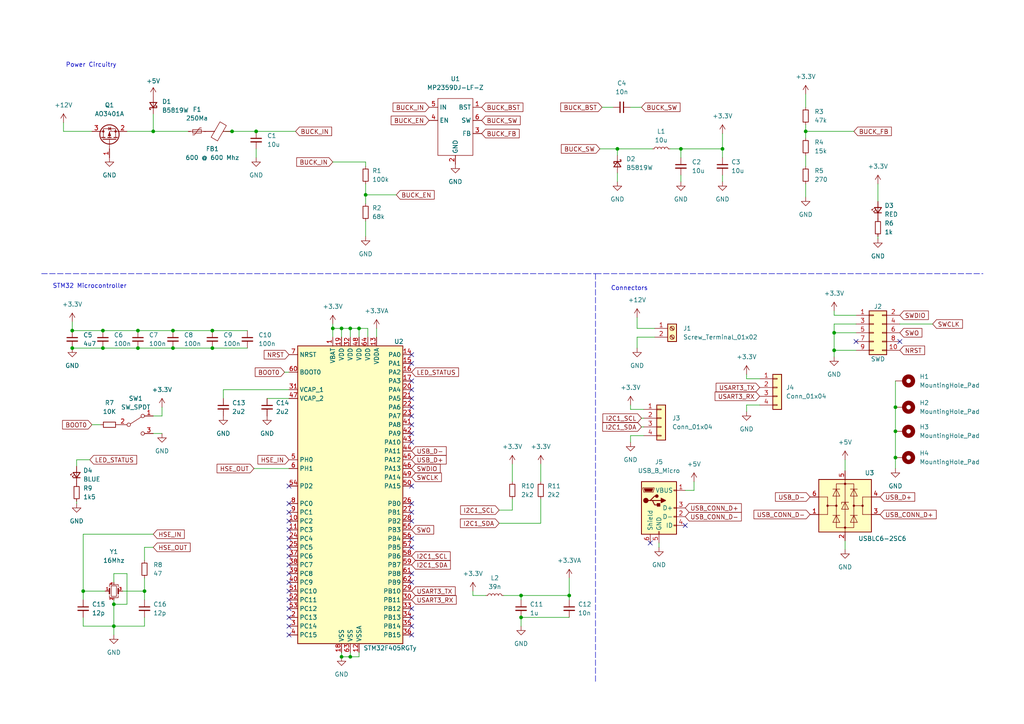
<source format=kicad_sch>
(kicad_sch (version 20211123) (generator eeschema)
  (paper "A4")
  (title_block (title "STM32f$ Test Board") (date "2022-09-16") (rev "2") (company "ridelsam"))
  (lib_symbols
    (symbol "Connector:Screw_Terminal_01x02" (pin_names (offset 1.016) hide)
      (property "Reference" "J" (at 0 2.54 0))
      (property "Value" "Screw_Terminal_01x02" (at 0 -5.08 0))
      (symbol "Screw_Terminal_01x02_1_1"
        (pin passive line (at -5.08 0 0) (length 3.81) (name "Pin_1") (number "1"))
        (pin passive line (at -5.08 -2.54 0) (length 3.81) (name "Pin_2") (number "2"))
      )
    )
    (symbol "Connector:USB_B_Micro" (pin_names (offset 1.016))
      (property "Reference" "J" (at -5.08 11.43 0))
      (property "Value" "USB_B_Micro" (at -5.08 8.89 0))
      (symbol "USB_B_Micro_1_1"
        (pin power_out line (at 7.62 5.08 180) (length 2.54) (name "VBUS") (number "1"))
        (pin bidirectional line (at 7.62 -2.54 180) (length 2.54) (name "D-") (number "2"))
        (pin bidirectional line (at 7.62 0 180) (length 2.54) (name "D+") (number "3"))
        (pin passive line (at 7.62 -5.08 180) (length 2.54) (name "ID") (number "4"))
        (pin power_out line (at 0 -10.16 90) (length 2.54) (name "GND") (number "5"))
        (pin passive line (at -2.54 -10.16 90) (length 2.54) (name "Shield") (number "6"))
      )
    )
    (symbol "Connector_Generic:Conn_01x04" (pin_names (offset 1.016) hide)
      (property "Reference" "J" (at 0 5.08 0))
      (property "Value" "Conn_01x04" (at 0 -7.62 0))
      (symbol "Conn_01x04_1_1"
        (pin passive line (at -5.08 2.54 0) (length 3.81) (name "Pin_1") (number "1"))
        (pin passive line (at -5.08 0 0) (length 3.81) (name "Pin_2") (number "2"))
        (pin passive line (at -5.08 -2.54 0) (length 3.81) (name "Pin_3") (number "3"))
        (pin passive line (at -5.08 -5.08 0) (length 3.81) (name "Pin_4") (number "4"))
      )
    )
    (symbol "Connector_Generic:Conn_02x05_Odd_Even" (pin_names (offset 1.016) hide)
      (property "Reference" "J" (at 1.27 7.62 0))
      (property "Value" "Conn_02x05_Odd_Even" (at 1.27 -7.62 0))
      (symbol "Conn_02x05_Odd_Even_1_1"
        (pin passive line (at -5.08 5.08 0) (length 3.81) (name "Pin_1") (number "1"))
        (pin passive line (at 7.62 -5.08 180) (length 3.81) (name "Pin_10") (number "10"))
        (pin passive line (at 7.62 5.08 180) (length 3.81) (name "Pin_2") (number "2"))
        (pin passive line (at -5.08 2.54 0) (length 3.81) (name "Pin_3") (number "3"))
        (pin passive line (at 7.62 2.54 180) (length 3.81) (name "Pin_4") (number "4"))
        (pin passive line (at -5.08 0 0) (length 3.81) (name "Pin_5") (number "5"))
        (pin passive line (at 7.62 0 180) (length 3.81) (name "Pin_6") (number "6"))
        (pin passive line (at -5.08 -2.54 0) (length 3.81) (name "Pin_7") (number "7"))
        (pin passive line (at 7.62 -2.54 180) (length 3.81) (name "Pin_8") (number "8"))
        (pin passive line (at -5.08 -5.08 0) (length 3.81) (name "Pin_9") (number "9"))
      )
    )
    (symbol "Device:C_Small" (pin_numbers hide) (pin_names (offset 0.254) hide)
      (property "Reference" "C" (at 0.254 1.778 0))
      (property "Value" "C_Small" (at 0.254 -2.032 0))
      (symbol "C_Small_1_1"
        (pin passive line (at 0 2.54 270) (length 2.032) (name "~") (number "1"))
        (pin passive line (at 0 -2.54 90) (length 2.032) (name "~") (number "2"))
      )
    )
    (symbol "Device:Crystal_GND24_Small" (pin_names (offset 1.016) hide)
      (property "Reference" "Y" (at 1.27 4.445 0))
      (property "Value" "Crystal_GND24_Small" (at 1.27 2.54 0))
      (symbol "Crystal_GND24_Small_1_1"
        (pin passive line (at -2.54 0 0) (length 1.27) (name "1") (number "1"))
        (pin passive line (at 0 -2.54 90) (length 0.635) (name "2") (number "2"))
        (pin passive line (at 2.54 0 180) (length 1.27) (name "3") (number "3"))
        (pin passive line (at 0 2.54 270) (length 0.635) (name "4") (number "4"))
      )
    )
    (symbol "Device:D_Schottky_Small" (pin_numbers hide) (pin_names (offset 0.254) hide)
      (property "Reference" "D" (at -1.27 2.032 0))
      (property "Value" "D_Schottky_Small" (at -7.112 -2.032 0))
      (symbol "D_Schottky_Small_1_1"
        (pin passive line (at -2.54 0 0) (length 1.778) (name "K") (number "1"))
        (pin passive line (at 2.54 0 180) (length 1.778) (name "A") (number "2"))
      )
    )
    (symbol "Device:FerriteBead" (pin_numbers hide) (pin_names (offset 0))
      (property "Reference" "FB" (at -3.81 0.635 90))
      (property "Value" "FerriteBead" (at 3.81 0 90))
      (symbol "FerriteBead_1_1"
        (pin passive line (at 0 3.81 270) (length 2.54) (name "~") (number "1"))
        (pin passive line (at 0 -3.81 90) (length 2.54) (name "~") (number "2"))
      )
    )
    (symbol "Device:LED_Small" (pin_numbers hide) (pin_names (offset 0.254) hide)
      (property "Reference" "D" (at -1.27 3.175 0))
      (property "Value" "LED_Small" (at -4.445 -2.54 0))
      (symbol "LED_Small_1_1"
        (pin passive line (at -2.54 0 0) (length 1.778) (name "K") (number "1"))
        (pin passive line (at 2.54 0 180) (length 1.778) (name "A") (number "2"))
      )
    )
    (symbol "Device:L_Small" (pin_numbers hide) (pin_names (offset 0.254) hide)
      (property "Reference" "L" (at 0.762 1.016 0))
      (property "Value" "L_Small" (at 0.762 -1.016 0))
      (symbol "L_Small_1_1"
        (pin passive line (at 0 2.54 270) (length 0.508) (name "~") (number "1"))
        (pin passive line (at 0 -2.54 90) (length 0.508) (name "~") (number "2"))
      )
    )
    (symbol "Device:Polyfuse_Small" (pin_numbers hide) (pin_names (offset 0))
      (property "Reference" "F" (at -1.905 0 90))
      (property "Value" "Polyfuse_Small" (at 1.905 0 90))
      (symbol "Polyfuse_Small_1_1"
        (pin passive line (at 0 2.54 270) (length 0.635) (name "~") (number "1"))
        (pin passive line (at 0 -2.54 90) (length 0.635) (name "~") (number "2"))
      )
    )
    (symbol "Device:R_Small" (pin_numbers hide) (pin_names (offset 0.254) hide)
      (property "Reference" "R" (at 0.762 0.508 0))
      (property "Value" "R_Small" (at 0.762 -1.016 0))
      (symbol "R_Small_1_1"
        (pin passive line (at 0 2.54 270) (length 0.762) (name "~") (number "1"))
        (pin passive line (at 0 -2.54 90) (length 0.762) (name "~") (number "2"))
      )
    )
    (symbol "MCU_ST_STM32F4:STM32F405RGTx"
      (property "Reference" "U" (at -15.24 44.45 0))
      (property "Value" "STM32F405RGTx" (at 10.16 44.45 0))
      (symbol "STM32F405RGTx_1_1"
        (pin power_in line (at -5.08 45.72 270) (length 2.54) (name "VBAT") (number "1"))
        (pin bidirectional line (at -17.78 -7.62 0) (length 2.54) (name "PC2") (number "10"))
        (pin bidirectional line (at -17.78 -10.16 0) (length 2.54) (name "PC3") (number "11"))
        (pin power_in line (at 2.54 -45.72 90) (length 2.54) (name "VSSA") (number "12"))
        (pin power_in line (at 7.62 45.72 270) (length 2.54) (name "VDDA") (number "13"))
        (pin bidirectional line (at 17.78 40.64 180) (length 2.54) (name "PA0") (number "14"))
        (pin bidirectional line (at 17.78 38.1 180) (length 2.54) (name "PA1") (number "15"))
        (pin bidirectional line (at 17.78 35.56 180) (length 2.54) (name "PA2") (number "16"))
        (pin bidirectional line (at 17.78 33.02 180) (length 2.54) (name "PA3") (number "17"))
        (pin power_in line (at -2.54 -45.72 90) (length 2.54) (name "VSS") (number "18"))
        (pin power_in line (at -2.54 45.72 270) (length 2.54) (name "VDD") (number "19"))
        (pin bidirectional line (at -17.78 -35.56 0) (length 2.54) (name "PC13") (number "2"))
        (pin bidirectional line (at 17.78 30.48 180) (length 2.54) (name "PA4") (number "20"))
        (pin bidirectional line (at 17.78 27.94 180) (length 2.54) (name "PA5") (number "21"))
        (pin bidirectional line (at 17.78 25.4 180) (length 2.54) (name "PA6") (number "22"))
        (pin bidirectional line (at 17.78 22.86 180) (length 2.54) (name "PA7") (number "23"))
        (pin bidirectional line (at -17.78 -12.7 0) (length 2.54) (name "PC4") (number "24"))
        (pin bidirectional line (at -17.78 -15.24 0) (length 2.54) (name "PC5") (number "25"))
        (pin bidirectional line (at 17.78 -2.54 180) (length 2.54) (name "PB0") (number "26"))
        (pin bidirectional line (at 17.78 -5.08 180) (length 2.54) (name "PB1") (number "27"))
        (pin bidirectional line (at 17.78 -7.62 180) (length 2.54) (name "PB2") (number "28"))
        (pin bidirectional line (at 17.78 -27.94 180) (length 2.54) (name "PB10") (number "29"))
        (pin bidirectional line (at -17.78 -38.1 0) (length 2.54) (name "PC14") (number "3"))
        (pin bidirectional line (at 17.78 -30.48 180) (length 2.54) (name "PB11") (number "30"))
        (pin power_in line (at -17.78 30.48 0) (length 2.54) (name "VCAP_1") (number "31"))
        (pin power_in line (at 0 45.72 270) (length 2.54) (name "VDD") (number "32"))
        (pin bidirectional line (at 17.78 -33.02 180) (length 2.54) (name "PB12") (number "33"))
        (pin bidirectional line (at 17.78 -35.56 180) (length 2.54) (name "PB13") (number "34"))
        (pin bidirectional line (at 17.78 -38.1 180) (length 2.54) (name "PB14") (number "35"))
        (pin bidirectional line (at 17.78 -40.64 180) (length 2.54) (name "PB15") (number "36"))
        (pin bidirectional line (at -17.78 -17.78 0) (length 2.54) (name "PC6") (number "37"))
        (pin bidirectional line (at -17.78 -20.32 0) (length 2.54) (name "PC7") (number "38"))
        (pin bidirectional line (at -17.78 -22.86 0) (length 2.54) (name "PC8") (number "39"))
        (pin bidirectional line (at -17.78 -40.64 0) (length 2.54) (name "PC15") (number "4"))
        (pin bidirectional line (at -17.78 -25.4 0) (length 2.54) (name "PC9") (number "40"))
        (pin bidirectional line (at 17.78 20.32 180) (length 2.54) (name "PA8") (number "41"))
        (pin bidirectional line (at 17.78 17.78 180) (length 2.54) (name "PA9") (number "42"))
        (pin bidirectional line (at 17.78 15.24 180) (length 2.54) (name "PA10") (number "43"))
        (pin bidirectional line (at 17.78 12.7 180) (length 2.54) (name "PA11") (number "44"))
        (pin bidirectional line (at 17.78 10.16 180) (length 2.54) (name "PA12") (number "45"))
        (pin bidirectional line (at 17.78 7.62 180) (length 2.54) (name "PA13") (number "46"))
        (pin power_in line (at -17.78 27.94 0) (length 2.54) (name "VCAP_2") (number "47"))
        (pin power_in line (at 2.54 45.72 270) (length 2.54) (name "VDD") (number "48"))
        (pin bidirectional line (at 17.78 5.08 180) (length 2.54) (name "PA14") (number "49"))
        (pin input line (at -17.78 10.16 0) (length 2.54) (name "PH0") (number "5"))
        (pin bidirectional line (at 17.78 2.54 180) (length 2.54) (name "PA15") (number "50"))
        (pin bidirectional line (at -17.78 -27.94 0) (length 2.54) (name "PC10") (number "51"))
        (pin bidirectional line (at -17.78 -30.48 0) (length 2.54) (name "PC11") (number "52"))
        (pin bidirectional line (at -17.78 -33.02 0) (length 2.54) (name "PC12") (number "53"))
        (pin bidirectional line (at -17.78 2.54 0) (length 2.54) (name "PD2") (number "54"))
        (pin bidirectional line (at 17.78 -10.16 180) (length 2.54) (name "PB3") (number "55"))
        (pin bidirectional line (at 17.78 -12.7 180) (length 2.54) (name "PB4") (number "56"))
        (pin bidirectional line (at 17.78 -15.24 180) (length 2.54) (name "PB5") (number "57"))
        (pin bidirectional line (at 17.78 -17.78 180) (length 2.54) (name "PB6") (number "58"))
        (pin bidirectional line (at 17.78 -20.32 180) (length 2.54) (name "PB7") (number "59"))
        (pin input line (at -17.78 7.62 0) (length 2.54) (name "PH1") (number "6"))
        (pin input line (at -17.78 35.56 0) (length 2.54) (name "BOOT0") (number "60"))
        (pin bidirectional line (at 17.78 -22.86 180) (length 2.54) (name "PB8") (number "61"))
        (pin bidirectional line (at 17.78 -25.4 180) (length 2.54) (name "PB9") (number "62"))
        (pin power_in line (at 0 -45.72 90) (length 2.54) (name "VSS") (number "63"))
        (pin power_in line (at 5.08 45.72 270) (length 2.54) (name "VDD") (number "64"))
        (pin input line (at -17.78 40.64 0) (length 2.54) (name "NRST") (number "7"))
        (pin bidirectional line (at -17.78 -2.54 0) (length 2.54) (name "PC0") (number "8"))
        (pin bidirectional line (at -17.78 -5.08 0) (length 2.54) (name "PC1") (number "9"))
      )
    )
    (symbol "Mechanical:MountingHole_Pad" (pin_numbers hide) (pin_names (offset 1.016) hide)
      (property "Reference" "H" (at 0 6.35 0))
      (property "Value" "MountingHole_Pad" (at 0 4.445 0))
      (symbol "MountingHole_Pad_1_1"
        (pin input line (at 0 -2.54 90) (length 2.54) (name "1") (number "1"))
      )
    )
    (symbol "Misc:MP2359DJ-LF-Z"
      (property "Reference" "U" (at 0 12.7 0))
      (property "Value" "MP2359DJ-LF-Z" (at 0 10.16 0))
      (symbol "MP2359DJ-LF-Z_1_1"
        (pin input line (at 7.62 5.08 180) (length 2.54) (name "BST") (number "1"))
        (pin input line (at 0 -11.43 90) (length 2.54) (name "GND") (number "2"))
        (pin input line (at 7.62 -2.54 180) (length 2.54) (name "FB") (number "3"))
        (pin input line (at -7.62 1.27 0) (length 2.54) (name "EN") (number "4"))
        (pin input line (at -7.62 5.08 0) (length 2.54) (name "IN") (number "5"))
        (pin input line (at 7.62 1.27 180) (length 2.54) (name "SW") (number "6"))
      )
    )
    (symbol "Power_Protection:USBLC6-2SC6" (pin_names hide)
      (property "Reference" "U" (at 2.54 8.89 0))
      (property "Value" "USBLC6-2SC6" (at 2.54 -8.89 0))
      (symbol "USBLC6-2SC6_1_1"
        (pin passive line (at -10.16 -2.54 0) (length 2.54) (name "I/O1") (number "1"))
        (pin passive line (at 0 -10.16 90) (length 2.54) (name "GND") (number "2"))
        (pin passive line (at 10.16 -2.54 180) (length 2.54) (name "I/O2") (number "3"))
        (pin passive line (at 10.16 2.54 180) (length 2.54) (name "I/O2") (number "4"))
        (pin passive line (at 0 10.16 270) (length 2.54) (name "VBUS") (number "5"))
        (pin passive line (at -10.16 2.54 0) (length 2.54) (name "I/O1") (number "6"))
      )
    )
    (symbol "Switch:SW_SPDT" (pin_names (offset 0) hide)
      (property "Reference" "SW" (at 0 4.318 0))
      (property "Value" "SW_SPDT" (at 0 -5.08 0))
      (symbol "SW_SPDT_1_1"
        (pin passive line (at 5.08 2.54 180) (length 2.54) (name "A") (number "1"))
        (pin passive line (at -5.08 0 0) (length 2.54) (name "B") (number "2"))
        (pin passive line (at 5.08 -2.54 180) (length 2.54) (name "C") (number "3"))
      )
    )
    (symbol "Transistor_FET:AO3401A" (pin_names hide)
      (property "Reference" "Q" (at 5.08 1.905 0))
      (property "Value" "AO3401A" (at 5.08 0 0))
      (symbol "AO3401A_1_1"
        (pin input line (at -5.08 0 0) (length 2.54) (name "G") (number "1"))
        (pin passive line (at 2.54 -5.08 90) (length 2.54) (name "S") (number "2"))
        (pin passive line (at 2.54 5.08 270) (length 2.54) (name "D") (number "3"))
      )
    )
    (symbol "power:+12V" (power) (pin_names (offset 0))
      (property "Value" "+12V" (at 0 3.556 0))
      (symbol "+12V_1_1"
        (pin power_in line (at 0 0 90) (length 0) hide (name "+12V") (number "1"))
      )
    )
    (symbol "power:+3.3V" (power) (pin_names (offset 0))
      (property "Value" "+3.3V" (at 0 3.556 0))
      (symbol "+3.3V_1_1"
        (pin power_in line (at 0 0 90) (length 0) hide (name "+3.3V") (number "1"))
      )
    )
    (symbol "power:+3.3VA" (power) (pin_names (offset 0))
      (property "Value" "+3.3VA" (at 0 3.556 0))
      (symbol "+3.3VA_1_1"
        (pin power_in line (at 0 0 90) (length 0) hide (name "+3.3VA") (number "1"))
      )
    )
    (symbol "power:+5V" (power) (pin_names (offset 0))
      (property "Value" "+5V" (at 0 3.556 0))
      (symbol "+5V_1_1"
        (pin power_in line (at 0 0 90) (length 0) hide (name "+5V") (number "1"))
      )
    )
    (symbol "power:GND" (power) (pin_names (offset 0))
      (property "Value" "GND" (at 0 -3.81 0))
      (symbol "GND_1_1"
        (pin power_in line (at 0 0 270) (length 0) hide (name "GND") (number "1"))
      )
    )
  )
  (junction (at 259.715 132.715))
  (junction (at 104.14 95.25))
  (junction (at 151.13 179.07))
  (junction (at 241.935 96.52))
  (junction (at 165.1 172.72))
  (junction (at 61.595 95.885))
  (junction (at 50.165 100.965))
  (junction (at 179.07 43.18))
  (junction (at 61.595 100.965))
  (junction (at 44.45 38.1))
  (junction (at 29.845 100.965))
  (junction (at 40.005 100.965))
  (junction (at 24.13 171.45))
  (junction (at 50.165 95.885))
  (junction (at 209.55 43.18))
  (junction (at 106.045 56.515))
  (junction (at 33.02 181.61))
  (junction (at 197.485 43.18))
  (junction (at 151.13 172.72))
  (junction (at 20.955 100.965))
  (junction (at 101.6 190.5))
  (junction (at 33.02 175.26))
  (junction (at 259.715 125.095))
  (junction (at 96.52 95.25))
  (junction (at 20.955 95.885))
  (junction (at 41.91 171.45))
  (junction (at 233.68 38.1))
  (junction (at 99.06 95.25))
  (junction (at 101.6 95.25))
  (junction (at 259.715 118.11))
  (junction (at 67.31 38.1))
  (junction (at 40.005 95.885))
  (junction (at 99.06 190.5))
  (junction (at 241.935 101.6))
  (junction (at 74.295 38.1))
  (junction (at 29.845 95.885))
  (no_connect (at 188.595 157.48))
  (no_connect (at 83.82 156.21))
  (no_connect (at 83.82 161.29))
  (no_connect (at 83.82 163.83))
  (no_connect (at 83.82 158.75))
  (no_connect (at 83.82 176.53))
  (no_connect (at 83.82 179.07))
  (no_connect (at 83.82 184.15))
  (no_connect (at 83.82 181.61))
  (no_connect (at 83.82 171.45))
  (no_connect (at 83.82 166.37))
  (no_connect (at 83.82 168.91))
  (no_connect (at 83.82 173.99))
  (no_connect (at 119.38 168.91))
  (no_connect (at 119.38 181.61))
  (no_connect (at 119.38 184.15))
  (no_connect (at 119.38 176.53))
  (no_connect (at 119.38 179.07))
  (no_connect (at 119.38 110.49))
  (no_connect (at 119.38 102.87))
  (no_connect (at 119.38 105.41))
  (no_connect (at 119.38 113.03))
  (no_connect (at 83.82 153.67))
  (no_connect (at 83.82 146.05))
  (no_connect (at 83.82 151.13))
  (no_connect (at 83.82 148.59))
  (no_connect (at 83.82 140.97))
  (no_connect (at 119.38 148.59))
  (no_connect (at 119.38 166.37))
  (no_connect (at 119.38 146.05))
  (no_connect (at 119.38 140.97))
  (no_connect (at 119.38 125.73))
  (no_connect (at 119.38 128.27))
  (no_connect (at 119.38 151.13))
  (no_connect (at 119.38 118.11))
  (no_connect (at 119.38 115.57))
  (no_connect (at 119.38 120.65))
  (no_connect (at 119.38 123.19))
  (no_connect (at 119.38 156.21))
  (no_connect (at 119.38 158.75))
  (no_connect (at 248.285 99.06))
  (no_connect (at 260.985 99.06))
  (no_connect (at 198.755 152.4))
  (wire (pts (xy 40.005 95.885) (xy 50.165 95.885)))
  (wire (pts (xy 186.055 123.825) (xy 186.69 123.825)))
  (wire (pts (xy 216.535 117.475) (xy 216.535 119.38)))
  (wire (pts (xy 209.55 38.735) (xy 209.55 43.18)))
  (wire (pts (xy 201.295 142.24) (xy 198.755 142.24)))
  (wire (pts (xy 18.415 38.1) (xy 18.415 35.56)))
  (wire (pts (xy 184.785 92.075) (xy 184.785 95.25)))
  (wire (pts (xy 220.345 117.475) (xy 216.535 117.475)))
  (wire (pts (xy 33.02 168.91) (xy 33.02 166.37)))
  (wire (pts (xy 173.99 43.18) (xy 179.07 43.18)))
  (wire (pts (xy 194.31 43.18) (xy 197.485 43.18)))
  (wire (pts (xy 137.16 172.72) (xy 137.16 171.45)))
  (wire (pts (xy 106.045 56.515) (xy 114.935 56.515)))
  (wire (pts (xy 106.045 48.26) (xy 106.045 46.99)))
  (wire (pts (xy 165.1 172.72) (xy 151.13 172.72)))
  (wire (pts (xy 209.55 45.72) (xy 209.55 43.18)))
  (wire (pts (xy 241.935 93.98) (xy 241.935 96.52)))
  (wire (pts (xy 67.31 38.1) (xy 74.295 38.1)))
  (wire (pts (xy 233.68 53.34) (xy 233.68 57.15)))
  (wire (pts (xy 148.59 134.62) (xy 148.59 139.7)))
  (wire (pts (xy 184.785 95.25) (xy 189.865 95.25)))
  (wire (pts (xy 41.91 167.64) (xy 41.91 171.45)))
  (wire (pts (xy 74.295 43.18) (xy 74.295 45.72)))
  (wire (pts (xy 96.52 95.25) (xy 96.52 97.79)))
  (wire (pts (xy 156.845 134.62) (xy 156.845 139.7)))
  (wire (pts (xy 106.045 64.135) (xy 106.045 68.58)))
  (wire (pts (xy 179.07 50.165) (xy 179.07 52.705)))
  (wire (pts (xy 44.45 125.73) (xy 46.99 125.73)))
  (wire (pts (xy 241.935 96.52) (xy 248.285 96.52)))
  (wire (pts (xy 233.68 38.1) (xy 247.65 38.1)))
  (wire (pts (xy 44.45 120.65) (xy 46.99 120.65)))
  (wire (pts (xy 22.225 133.35) (xy 22.225 135.255)))
  (wire (pts (xy 259.715 125.095) (xy 259.715 132.715)))
  (wire (pts (xy 24.13 179.07) (xy 24.13 181.61)))
  (wire (pts (xy 197.485 43.18) (xy 197.485 45.72)))
  (wire (pts (xy 259.715 118.11) (xy 259.715 125.095)))
  (wire (pts (xy 106.045 46.99) (xy 96.52 46.99)))
  (wire (pts (xy 82.55 107.95) (xy 83.82 107.95)))
  (wire (pts (xy 186.69 118.745) (xy 182.88 118.745)))
  (wire (pts (xy 50.165 100.965) (xy 61.595 100.965)))
  (wire (pts (xy 101.6 95.25) (xy 104.14 95.25)))
  (wire (pts (xy 18.415 38.1) (xy 26.67 38.1)))
  (wire (pts (xy 241.935 101.6) (xy 241.935 103.505)))
  (wire (pts (xy 29.845 100.965) (xy 40.005 100.965)))
  (wire (pts (xy 241.935 91.44) (xy 248.285 91.44)))
  (wire (pts (xy 50.165 95.885) (xy 61.595 95.885)))
  (wire (pts (xy 36.83 166.37) (xy 36.83 175.26)))
  (wire (pts (xy 254.635 69.215) (xy 254.635 68.58)))
  (wire (pts (xy 99.06 97.79) (xy 99.06 95.25)))
  (wire (pts (xy 41.91 158.75) (xy 41.91 162.56)))
  (wire (pts (xy 22.225 146.05) (xy 22.225 145.415)))
  (wire (pts (xy 44.45 158.75) (xy 41.91 158.75)))
  (wire (pts (xy 33.02 175.26) (xy 36.83 175.26)))
  (wire (pts (xy 148.59 144.78) (xy 148.59 147.955)))
  (wire (pts (xy 270.51 93.98) (xy 260.985 93.98)))
  (wire (pts (xy 30.48 171.45) (xy 24.13 171.45)))
  (wire (pts (xy 104.14 95.25) (xy 104.14 97.79)))
  (wire (pts (xy 186.055 121.285) (xy 186.69 121.285)))
  (wire (pts (xy 241.935 90.17) (xy 241.935 91.44)))
  (wire (pts (xy 104.14 189.23) (xy 104.14 190.5)))
  (wire (pts (xy 24.13 171.45) (xy 24.13 173.99)))
  (wire (pts (xy 29.845 95.885) (xy 40.005 95.885)))
  (wire (pts (xy 106.68 95.25) (xy 104.14 95.25)))
  (wire (pts (xy 101.6 97.79) (xy 101.6 95.25)))
  (wire (pts (xy 109.22 95.25) (xy 109.22 97.79)))
  (wire (pts (xy 179.07 43.18) (xy 179.07 45.085)))
  (wire (pts (xy 33.02 173.99) (xy 33.02 175.26)))
  (wire (pts (xy 44.45 38.1) (xy 54.61 38.1)))
  (wire (pts (xy 33.02 175.26) (xy 33.02 181.61)))
  (wire (pts (xy 151.13 181.61) (xy 151.13 179.07)))
  (wire (pts (xy 35.56 171.45) (xy 41.91 171.45)))
  (wire (pts (xy 101.6 190.5) (xy 99.06 190.5)))
  (wire (pts (xy 44.45 33.02) (xy 44.45 38.1)))
  (wire (pts (xy 36.83 38.1) (xy 44.45 38.1)))
  (wire (pts (xy 165.1 167.64) (xy 165.1 172.72)))
  (wire (pts (xy 151.13 179.07) (xy 165.1 179.07)))
  (wire (pts (xy 24.13 181.61) (xy 33.02 181.61)))
  (wire (pts (xy 106.045 53.34) (xy 106.045 56.515)))
  (wire (pts (xy 61.595 100.965) (xy 71.755 100.965)))
  (wire (pts (xy 65.405 38.1) (xy 67.31 38.1)))
  (wire (pts (xy 233.68 45.085) (xy 233.68 48.26)))
  (wire (pts (xy 41.91 179.07) (xy 41.91 181.61)))
  (wire (pts (xy 259.715 132.715) (xy 259.715 135.89)))
  (wire (pts (xy 20.955 95.885) (xy 29.845 95.885)))
  (wire (pts (xy 106.045 56.515) (xy 106.045 59.055)))
  (wire (pts (xy 74.295 38.1) (xy 85.725 38.1)))
  (wire (pts (xy 259.715 110.49) (xy 259.715 118.11)))
  (wire (pts (xy 33.02 166.37) (xy 36.83 166.37)))
  (wire (pts (xy 73.66 135.89) (xy 83.82 135.89)))
  (wire (pts (xy 209.55 50.8) (xy 209.55 52.705)))
  (wire (pts (xy 24.13 154.94) (xy 44.45 154.94)))
  (wire (pts (xy 99.06 189.23) (xy 99.06 190.5)))
  (wire (pts (xy 99.06 95.25) (xy 96.52 95.25)))
  (wire (pts (xy 151.13 172.72) (xy 151.13 173.99)))
  (wire (pts (xy 26.035 133.35) (xy 22.225 133.35)))
  (wire (pts (xy 26.67 123.19) (xy 29.21 123.19)))
  (wire (pts (xy 20.955 93.345) (xy 20.955 95.885)))
  (wire (pts (xy 241.935 96.52) (xy 241.935 101.6)))
  (wire (pts (xy 61.595 95.885) (xy 71.755 95.885)))
  (wire (pts (xy 146.05 172.72) (xy 151.13 172.72)))
  (wire (pts (xy 248.285 93.98) (xy 241.935 93.98)))
  (wire (pts (xy 77.47 115.57) (xy 83.82 115.57)))
  (wire (pts (xy 182.88 31.115) (xy 186.055 31.115)))
  (polyline (pts (xy 172.72 79.375) (xy 285.115 79.375)))
  (wire (pts (xy 101.6 189.23) (xy 101.6 190.5)))
  (wire (pts (xy 96.52 93.98) (xy 96.52 95.25)))
  (wire (pts (xy 40.005 100.965) (xy 50.165 100.965)))
  (wire (pts (xy 33.02 181.61) (xy 33.02 184.15)))
  (wire (pts (xy 174.625 31.115) (xy 177.8 31.115)))
  (wire (pts (xy 233.68 38.1) (xy 233.68 40.005)))
  (wire (pts (xy 106.68 97.79) (xy 106.68 95.25)))
  (wire (pts (xy 216.535 109.855) (xy 216.535 108.585)))
  (wire (pts (xy 233.68 27.305) (xy 233.68 31.115)))
  (wire (pts (xy 197.485 50.8) (xy 197.485 52.705)))
  (polyline (pts (xy 172.72 79.375) (xy 172.72 198.12)))
  (wire (pts (xy 64.77 113.03) (xy 64.77 115.57)))
  (wire (pts (xy 182.88 118.745) (xy 182.88 117.475)))
  (wire (pts (xy 140.97 172.72) (xy 137.16 172.72)))
  (wire (pts (xy 248.285 101.6) (xy 241.935 101.6)))
  (wire (pts (xy 101.6 95.25) (xy 99.06 95.25)))
  (wire (pts (xy 179.07 43.18) (xy 189.23 43.18)))
  (wire (pts (xy 233.68 36.195) (xy 233.68 38.1)))
  (wire (pts (xy 104.14 190.5) (xy 101.6 190.5)))
  (wire (pts (xy 165.1 173.99) (xy 165.1 172.72)))
  (wire (pts (xy 245.11 156.845) (xy 245.11 159.385)))
  (wire (pts (xy 209.55 43.18) (xy 197.485 43.18)))
  (wire (pts (xy 83.82 113.03) (xy 64.77 113.03)))
  (wire (pts (xy 184.785 97.79) (xy 184.785 100.965)))
  (wire (pts (xy 33.02 181.61) (xy 41.91 181.61)))
  (wire (pts (xy 20.955 100.965) (xy 29.845 100.965)))
  (wire (pts (xy 186.69 126.365) (xy 182.88 126.365)))
  (wire (pts (xy 220.345 109.855) (xy 216.535 109.855)))
  (wire (pts (xy 201.295 139.7) (xy 201.295 142.24)))
  (wire (pts (xy 189.865 97.79) (xy 184.785 97.79)))
  (wire (pts (xy 148.59 147.955) (xy 144.78 147.955)))
  (wire (pts (xy 182.88 126.365) (xy 182.88 128.27)))
  (wire (pts (xy 46.99 120.65) (xy 46.99 118.11)))
  (wire (pts (xy 254.635 53.34) (xy 254.635 58.42)))
  (polyline (pts (xy 12.065 79.375) (xy 172.72 79.375)))
  (wire (pts (xy 144.78 151.765) (xy 156.845 151.765)))
  (wire (pts (xy 41.91 171.45) (xy 41.91 173.99)))
  (wire (pts (xy 156.845 151.765) (xy 156.845 144.78)))
  (wire (pts (xy 245.11 133.35) (xy 245.11 136.525)))
  (wire (pts (xy 191.135 158.75) (xy 191.135 157.48)))
  (wire (pts (xy 24.13 171.45) (xy 24.13 154.94)))
  (text "Connectors" (at 177.165 84.455 0) (effects (font (size 1.27 1.27)) (justify left bottom)))
  (text "Power Circuitry" (at 19.05 19.685 0) (effects (font (size 1.27 1.27)) (justify left bottom)))
  (text "STM32 Microcontroller" (at 15.24 83.82 0) (effects (font (size 1.27 1.27)) (justify left bottom)))
  (global_label "BUCK_SW" (shape input) (at 139.7 34.925 0) (property "Intersheet References" "${INTERSHEET_REFS}" (effects hide)))
  (global_label "SWCLK" (shape input) (at 119.38 138.43 0) (property "Intersheet References" "${INTERSHEET_REFS}" (effects hide)))
  (global_label "SWCLK" (shape input) (at 270.51 93.98 0) (property "Intersheet References" "${INTERSHEET_REFS}" (effects hide)))
  (global_label "SWDIO" (shape input) (at 260.985 91.44 0) (property "Intersheet References" "${INTERSHEET_REFS}" (effects hide)))
  (global_label "BUCK_BST" (shape input) (at 174.625 31.115 180) (property "Intersheet References" "${INTERSHEET_REFS}" (effects hide)))
  (global_label "BUCK_FB" (shape input) (at 139.7 38.735 0) (property "Intersheet References" "${INTERSHEET_REFS}" (effects hide)))
  (global_label "USART3_RX" (shape input) (at 119.38 173.99 0) (property "Intersheet References" "${INTERSHEET_REFS}" (effects hide)))
  (global_label "USART3_RX" (shape input) (at 220.345 114.935 180) (property "Intersheet References" "${INTERSHEET_REFS}" (effects hide)))
  (global_label "I2C1_SCL" (shape input) (at 144.78 147.955 180) (property "Intersheet References" "${INTERSHEET_REFS}" (effects hide)))
  (global_label "I2C1_SDA" (shape input) (at 144.78 151.765 180) (property "Intersheet References" "${INTERSHEET_REFS}" (effects hide)))
  (global_label "BUCK_IN" (shape input) (at 124.46 31.115 180) (property "Intersheet References" "${INTERSHEET_REFS}" (effects hide)))
  (global_label "USB_D-" (shape input) (at 234.95 144.145 180) (property "Intersheet References" "${INTERSHEET_REFS}" (effects hide)))
  (global_label "BUCK_IN" (shape input) (at 96.52 46.99 180) (property "Intersheet References" "${INTERSHEET_REFS}" (effects hide)))
  (global_label "HSE_IN" (shape input) (at 83.82 133.35 180) (property "Intersheet References" "${INTERSHEET_REFS}" (effects hide)))
  (global_label "USB_D+" (shape input) (at 119.38 133.35 0) (property "Intersheet References" "${INTERSHEET_REFS}" (effects hide)))
  (global_label "SWO" (shape input) (at 260.985 96.52 0) (property "Intersheet References" "${INTERSHEET_REFS}" (effects hide)))
  (global_label "BUCK_SW" (shape input) (at 173.99 43.18 180) (property "Intersheet References" "${INTERSHEET_REFS}" (effects hide)))
  (global_label "USB_CONN_D+" (shape input) (at 255.27 149.225 0) (property "Intersheet References" "${INTERSHEET_REFS}" (effects hide)))
  (global_label "NRST" (shape input) (at 260.985 101.6 0) (property "Intersheet References" "${INTERSHEET_REFS}" (effects hide)))
  (global_label "LED_STATUS" (shape input) (at 119.38 107.95 0) (property "Intersheet References" "${INTERSHEET_REFS}" (effects hide)))
  (global_label "BOOT0" (shape input) (at 82.55 107.95 180) (property "Intersheet References" "${INTERSHEET_REFS}" (effects hide)))
  (global_label "BUCK_EN" (shape input) (at 124.46 34.925 180) (property "Intersheet References" "${INTERSHEET_REFS}" (effects hide)))
  (global_label "SWDIO" (shape input) (at 119.38 135.89 0) (property "Intersheet References" "${INTERSHEET_REFS}" (effects hide)))
  (global_label "HSE_OUT" (shape input) (at 44.45 158.75 0) (property "Intersheet References" "${INTERSHEET_REFS}" (effects hide)))
  (global_label "I2C1_SCL" (shape input) (at 186.055 121.285 180) (property "Intersheet References" "${INTERSHEET_REFS}" (effects hide)))
  (global_label "USB_CONN_D-" (shape input) (at 198.755 149.86 0) (property "Intersheet References" "${INTERSHEET_REFS}" (effects hide)))
  (global_label "BUCK_FB" (shape input) (at 247.65 38.1 0) (property "Intersheet References" "${INTERSHEET_REFS}" (effects hide)))
  (global_label "BUCK_BST" (shape input) (at 139.7 31.115 0) (property "Intersheet References" "${INTERSHEET_REFS}" (effects hide)))
  (global_label "NRST" (shape input) (at 83.82 102.87 180) (property "Intersheet References" "${INTERSHEET_REFS}" (effects hide)))
  (global_label "USB_CONN_D-" (shape input) (at 234.95 149.225 180) (property "Intersheet References" "${INTERSHEET_REFS}" (effects hide)))
  (global_label "I2C1_SDA" (shape input) (at 119.38 163.83 0) (property "Intersheet References" "${INTERSHEET_REFS}" (effects hide)))
  (global_label "BUCK_EN" (shape input) (at 114.935 56.515 0) (property "Intersheet References" "${INTERSHEET_REFS}" (effects hide)))
  (global_label "USB_CONN_D+" (shape input) (at 198.755 147.32 0) (property "Intersheet References" "${INTERSHEET_REFS}" (effects hide)))
  (global_label "USB_D+" (shape input) (at 255.27 144.145 0) (property "Intersheet References" "${INTERSHEET_REFS}" (effects hide)))
  (global_label "SWO" (shape input) (at 119.38 153.67 0) (property "Intersheet References" "${INTERSHEET_REFS}" (effects hide)))
  (global_label "HSE_OUT" (shape input) (at 73.66 135.89 180) (property "Intersheet References" "${INTERSHEET_REFS}" (effects hide)))
  (global_label "USART3_TX" (shape input) (at 220.345 112.395 180) (property "Intersheet References" "${INTERSHEET_REFS}" (effects hide)))
  (global_label "HSE_IN" (shape input) (at 44.45 154.94 0) (property "Intersheet References" "${INTERSHEET_REFS}" (effects hide)))
  (global_label "BUCK_IN" (shape input) (at 85.725 38.1 0) (property "Intersheet References" "${INTERSHEET_REFS}" (effects hide)))
  (global_label "I2C1_SCL" (shape input) (at 119.38 161.29 0) (property "Intersheet References" "${INTERSHEET_REFS}" (effects hide)))
  (global_label "I2C1_SDA" (shape input) (at 186.055 123.825 180) (property "Intersheet References" "${INTERSHEET_REFS}" (effects hide)))
  (global_label "BUCK_SW" (shape input) (at 186.055 31.115 0) (property "Intersheet References" "${INTERSHEET_REFS}" (effects hide)))
  (global_label "BOOT0" (shape input) (at 26.67 123.19 180) (property "Intersheet References" "${INTERSHEET_REFS}" (effects hide)))
  (global_label "LED_STATUS" (shape input) (at 26.035 133.35 0) (property "Intersheet References" "${INTERSHEET_REFS}" (effects hide)))
  (global_label "USB_D-" (shape input) (at 119.38 130.81 0) (property "Intersheet References" "${INTERSHEET_REFS}" (effects hide)))
  (global_label "USART3_TX" (shape input) (at 119.38 171.45 0) (property "Intersheet References" "${INTERSHEET_REFS}" (effects hide)))
  (symbol (lib_id "Device:C_Small") (at 197.485 48.26 0) (unit 1)
    (property "Reference" "C2" (at 200.66 46.9962 0) (effects (justify left)))
    (property "Value" "10u" (at 200.66 49.5362 0) (effects (justify left)))
    (property "Footprint" "Capacitor_SMD:C_1206_3216Metric" (effects hide))
  )
  (symbol (lib_id "Device:Crystal_GND24_Small") (at 33.02 171.45 0) (unit 1)
    (property "Reference" "Y1" (at 33.02 160.02 0))
    (property "Value" "16Mhz" (at 33.02 162.56 0))
    (property "Footprint" "Crystal:Crystal_SMD_3225-4Pin_3.2x2.5mm" (effects hide))
  )
  (symbol (lib_id "Device:R_Small") (at 233.68 50.8 0) (unit 1)
    (property "Reference" "R5" (at 236.22 49.5299 0) (effects (justify left)))
    (property "Value" "270" (at 236.22 52.0699 0) (effects (justify left)))
    (property "Footprint" "Resistor_SMD:R_0603_1608Metric" (effects hide))
  )
  (symbol (lib_id "Device:C_Small") (at 165.1 176.53 0) (unit 1)
    (property "Reference" "C12" (at 167.64 175.2662 0) (effects (justify left)))
    (property "Value" "10n" (at 167.64 177.8062 0) (effects (justify left)))
    (property "Footprint" "Capacitor_SMD:C_0402_1005Metric" (effects hide))
  )
  (symbol (lib_id "Device:R_Small") (at 148.59 142.24 0) (unit 1)
    (property "Reference" "R10" (at 151.13 140.9699 0) (effects (justify left)))
    (property "Value" "2k2" (at 151.13 143.5099 0) (effects (justify left)))
    (property "Footprint" "Resistor_SMD:R_0402_1005Metric" (effects hide))
  )
  (symbol (lib_id "Mechanical:MountingHole_Pad") (at 262.255 132.715 270) (unit 1)
    (property "Reference" "H4" (at 266.7 131.4449 90) (effects (justify left)))
    (property "Value" "MountingHole_Pad" (at 266.7 133.9849 90) (effects (justify left)))
    (property "Footprint" "MountingHole:MountingHole_4.3mm_M4_Pad_Via" (effects hide))
  )
  (symbol (lib_id "Device:R_Small") (at 156.845 142.24 0) (unit 1)
    (property "Reference" "R11" (at 158.75 140.9699 0) (effects (justify left)))
    (property "Value" "2k2" (at 158.75 143.5099 0) (effects (justify left)))
    (property "Footprint" "Resistor_SMD:R_0402_1005Metric" (effects hide))
  )
  (symbol (lib_id "power:GND") (at 22.225 146.05 0) (unit 1)
    (property "Reference" "#PWR0115" (effects hide))
    (property "Value" "GND" (at 22.225 151.13 0))
  )
  (symbol (lib_id "power:GND") (at 233.68 57.15 0) (unit 1)
    (property "Reference" "#PWR0127" (effects hide))
    (property "Value" "GND" (at 233.68 62.23 0))
  )
  (symbol (lib_id "power:+3.3V") (at 182.88 117.475 0) (unit 1)
    (property "Reference" "#PWR0142" (effects hide))
    (property "Value" "+3.3V" (at 182.88 112.395 0))
  )
  (symbol (lib_id "power:GND") (at 64.77 120.65 0) (unit 1)
    (property "Reference" "#PWR0113" (effects hide))
    (property "Value" "GND" (at 64.77 125.73 0))
  )
  (symbol (lib_id "power:GND") (at 216.535 119.38 0) (unit 1)
    (property "Reference" "#PWR0141" (effects hide))
    (property "Value" "GND" (at 216.535 124.46 0))
  )
  (symbol (lib_id "power:+3.3V") (at 209.55 38.735 0) (unit 1)
    (property "Reference" "#PWR0126" (effects hide))
    (property "Value" "+3.3V" (at 209.55 33.655 0))
  )
  (symbol (lib_id "Device:C_Small") (at 24.13 176.53 0) (unit 1)
    (property "Reference" "C15" (at 26.67 175.2662 0) (effects (justify left)))
    (property "Value" "12p" (at 26.67 177.8062 0) (effects (justify left)))
    (property "Footprint" "Capacitor_SMD:C_0402_1005Metric" (effects hide))
  )
  (symbol (lib_id "power:GND") (at 184.785 100.965 0) (unit 1)
    (property "Reference" "#PWR0130" (effects hide))
    (property "Value" "GND" (at 184.785 106.045 0))
  )
  (symbol (lib_id "power:GND") (at 259.715 135.89 0) (unit 1)
    (property "Reference" "#PWR0143" (effects hide))
    (property "Value" "GND" (at 259.715 140.97 0))
  )
  (symbol (lib_id "power:GND") (at 132.08 47.625 0) (unit 1)
    (property "Reference" "#PWR0105" (effects hide))
    (property "Value" "GND" (at 132.08 52.705 0))
  )
  (symbol (lib_id "power:GND") (at 197.485 52.705 0) (unit 1)
    (property "Reference" "#PWR0123" (effects hide))
    (property "Value" "GND" (at 197.485 57.785 0))
  )
  (symbol (lib_id "power:GND") (at 241.935 103.505 0) (unit 1)
    (property "Reference" "#PWR0134" (effects hide))
    (property "Value" "GND" (at 241.935 108.585 0))
  )
  (symbol (lib_id "power:+5V") (at 44.45 27.94 0) (unit 1)
    (property "Reference" "#PWR0104" (effects hide))
    (property "Value" "+5V" (at 44.45 23.495 0))
  )
  (symbol (lib_id "Device:R_Small") (at 31.75 123.19 90) (unit 1)
    (property "Reference" "R7" (at 31.75 116.84 90))
    (property "Value" "10K" (at 31.75 119.38 90))
    (property "Footprint" "Resistor_SMD:R_0402_1005Metric" (effects hide))
  )
  (symbol (lib_id "power:+3.3VA") (at 109.22 95.25 0) (unit 1)
    (property "Reference" "#PWR0106" (effects hide))
    (property "Value" "+3.3VA" (at 109.22 90.17 0))
  )
  (symbol (lib_id "power:GND") (at 245.11 159.385 0) (unit 1)
    (property "Reference" "#PWR0140" (effects hide))
    (property "Value" "GND" (at 245.11 164.465 0))
  )
  (symbol (lib_id "Device:C_Small") (at 41.91 176.53 0) (unit 1)
    (property "Reference" "C16" (at 44.45 175.2662 0) (effects (justify left)))
    (property "Value" "12p" (at 44.45 177.8062 0) (effects (justify left)))
    (property "Footprint" "Capacitor_SMD:C_0402_1005Metric" (effects hide))
  )
  (symbol (lib_id "Device:D_Schottky_Small") (at 44.45 30.48 90) (unit 1)
    (property "Reference" "D1" (at 46.99 29.4639 90) (effects (justify right)))
    (property "Value" "B5819W" (at 46.99 32.0039 90) (effects (justify right)))
    (property "Footprint" "Diode_SMD:D_SOD-123" (effects hide))
  )
  (symbol (lib_id "Device:R_Small") (at 41.91 165.1 0) (unit 1)
    (property "Reference" "R8" (at 44.45 163.8299 0) (effects (justify left)))
    (property "Value" "47" (at 44.45 166.3699 0) (effects (justify left)))
    (property "Footprint" "Resistor_SMD:R_0402_1005Metric" (effects hide))
  )
  (symbol (lib_id "Switch:SW_SPDT") (at 39.37 123.19 0) (unit 1)
    (property "Reference" "SW1" (at 39.37 115.57 0))
    (property "Value" "SW_SPDT" (at 39.37 118.11 0))
    (property "Footprint" "Button_Switch_SMD:SW_SPDT_PCM12" (effects hide))
  )
  (symbol (lib_id "Device:C_Small") (at 151.13 176.53 0) (unit 1)
    (property "Reference" "C11" (at 153.67 175.2662 0) (effects (justify left)))
    (property "Value" "1u" (at 153.67 177.8062 0) (effects (justify left)))
    (property "Footprint" "Capacitor_SMD:C_0402_1005Metric" (effects hide))
  )
  (symbol (lib_id "power:+3.3VA") (at 165.1 167.64 0) (unit 1)
    (property "Reference" "#PWR0119" (effects hide))
    (property "Value" "+3.3VA" (at 165.1 162.56 0))
  )
  (symbol (lib_id "Device:R_Small") (at 106.045 50.8 0) (unit 1)
    (property "Reference" "R1" (at 107.95 49.5299 0) (effects (justify left)))
    (property "Value" "100k" (at 107.95 52.0699 0) (effects (justify left)))
    (property "Footprint" "Resistor_SMD:R_0603_1608Metric" (effects hide))
  )
  (symbol (lib_id "Device:L_Small") (at 191.77 43.18 90) (unit 1)
    (property "Reference" "L1" (at 191.77 38.1 90))
    (property "Value" "10u" (at 191.77 40.64 90))
    (property "Footprint" "Inductor_SMD:L_Sunlord_MWSA0518_5.4x5.2mm" (effects hide))
  )
  (symbol (lib_id "Device:L_Small") (at 143.51 172.72 90) (unit 1)
    (property "Reference" "L2" (at 143.51 167.64 90))
    (property "Value" "39n" (at 143.51 170.18 90))
    (property "Footprint" "Inductor_SMD:L_0402_1005Metric" (effects hide))
  )
  (symbol (lib_id "power:+3.3V") (at 254.635 53.34 0) (unit 1)
    (property "Reference" "#PWR0128" (effects hide))
    (property "Value" "+3.3V" (at 254.635 48.26 0))
  )
  (symbol (lib_id "Device:R_Small") (at 22.225 142.875 0) (unit 1)
    (property "Reference" "R9" (at 24.13 141.6049 0) (effects (justify left)))
    (property "Value" "1k5" (at 24.13 144.1449 0) (effects (justify left)))
    (property "Footprint" "Resistor_SMD:R_0603_1608Metric" (effects hide))
  )
  (symbol (lib_id "Device:D_Schottky_Small") (at 179.07 47.625 270) (unit 1)
    (property "Reference" "D2" (at 181.61 46.1009 90) (effects (justify left)))
    (property "Value" "B5819W" (at 181.61 48.6409 90) (effects (justify left)))
    (property "Footprint" "Diode_SMD:D_SOD-123" (effects hide))
  )
  (symbol (lib_id "Device:Polyfuse_Small") (at 57.15 38.1 90) (unit 1)
    (property "Reference" "F1" (at 57.15 31.75 90))
    (property "Value" "250Ma" (at 57.15 34.29 90))
    (property "Footprint" "Fuse:Fuse_1206_3216Metric" (effects hide))
  )
  (symbol (lib_id "Device:LED_Small") (at 254.635 60.96 90) (unit 1)
    (property "Reference" "D3" (at 256.54 59.6264 90) (effects (justify right)))
    (property "Value" "RED" (at 256.54 62.1664 90) (effects (justify right)))
    (property "Footprint" "Diode_SMD:D_0603_1608Metric" (effects hide))
  )
  (symbol (lib_id "Mechanical:MountingHole_Pad") (at 262.255 118.11 270) (unit 1)
    (property "Reference" "H2" (at 266.7 116.8399 90) (effects (justify left)))
    (property "Value" "MountingHole_Pad" (at 266.7 119.3799 90) (effects (justify left)))
    (property "Footprint" "MountingHole:MountingHole_4.3mm_M4_Pad_Via" (effects hide))
  )
  (symbol (lib_id "power:GND") (at 77.47 120.65 0) (unit 1)
    (property "Reference" "#PWR0112" (effects hide))
    (property "Value" "GND" (at 77.47 125.73 0))
  )
  (symbol (lib_id "Device:C_Small") (at 209.55 48.26 0) (unit 1)
    (property "Reference" "C3" (at 212.09 46.9962 0) (effects (justify left)))
    (property "Value" "10u" (at 212.09 49.5362 0) (effects (justify left)))
    (property "Footprint" "Capacitor_SMD:C_1206_3216Metric" (effects hide))
  )
  (symbol (lib_id "Device:C_Small") (at 180.34 31.115 270) (unit 1)
    (property "Reference" "C4" (at 180.3336 24.13 90))
    (property "Value" "10n" (at 180.3336 26.67 90))
    (property "Footprint" "Capacitor_SMD:C_0603_1608Metric" (effects hide))
  )
  (symbol (lib_id "Device:C_Small") (at 50.165 98.425 0) (unit 1)
    (property "Reference" "C8" (at 53.34 97.1612 0) (effects (justify left)))
    (property "Value" "100n" (at 53.34 99.7012 0) (effects (justify left)))
    (property "Footprint" "Capacitor_SMD:C_0402_1005Metric" (effects hide))
  )
  (symbol (lib_id "Mechanical:MountingHole_Pad") (at 262.255 110.49 270) (unit 1)
    (property "Reference" "H1" (at 266.7 109.2199 90) (effects (justify left)))
    (property "Value" "MountingHole_Pad" (at 266.7 111.7599 90) (effects (justify left)))
    (property "Footprint" "MountingHole:MountingHole_4.3mm_M4_Pad_Via" (effects hide))
  )
  (symbol (lib_id "power:+3.3V") (at 137.16 171.45 0) (unit 1)
    (property "Reference" "#PWR0117" (effects hide))
    (property "Value" "+3.3V" (at 137.16 166.37 0))
  )
  (symbol (lib_id "Device:C_Small") (at 64.77 118.11 0) (unit 1)
    (property "Reference" "C13" (at 67.31 116.8462 0) (effects (justify left)))
    (property "Value" "2u2" (at 67.31 119.3862 0) (effects (justify left)))
    (property "Footprint" "Capacitor_SMD:C_0603_1608Metric" (effects hide))
  )
  (symbol (lib_id "Device:C_Small") (at 40.005 98.425 0) (unit 1)
    (property "Reference" "C7" (at 43.18 97.1612 0) (effects (justify left)))
    (property "Value" "100n" (at 43.18 99.7012 0) (effects (justify left)))
    (property "Footprint" "Capacitor_SMD:C_0402_1005Metric" (effects hide))
  )
  (symbol (lib_id "power:GND") (at 106.045 68.58 0) (unit 1)
    (property "Reference" "#PWR0108" (effects hide))
    (property "Value" "GND" (at 106.045 73.66 0))
  )
  (symbol (lib_id "Connector:USB_B_Micro") (at 191.135 147.32 0) (unit 1)
    (property "Reference" "J5" (at 191.135 133.985 0))
    (property "Value" "USB_B_Micro" (at 191.135 136.525 0))
    (property "Footprint" "Connector_USB:USB_Micro-B_Amphenol_10103594-0001LF_Horizontal" (effects hide))
  )
  (symbol (lib_id "Connector:Screw_Terminal_01x02") (at 194.945 95.25 0) (unit 1)
    (property "Reference" "J1" (at 198.12 95.2499 0) (effects (justify left)))
    (property "Value" "Screw_Terminal_01x02" (at 198.12 97.7899 0) (effects (justify left)))
    (property "Footprint" "TerminalBlock_Phoenix:TerminalBlock_Phoenix_PT-1,5-2-3.5-H_1x02_P3.50mm_Horizontal" (effects hide))
  )
  (symbol (lib_id "Device:C_Small") (at 20.955 98.425 0) (unit 1)
    (property "Reference" "C5" (at 24.13 97.1612 0) (effects (justify left)))
    (property "Value" "4u7" (at 24.13 99.7012 0) (effects (justify left)))
    (property "Footprint" "Capacitor_SMD:C_0603_1608Metric" (effects hide))
  )
  (symbol (lib_id "power:+3.3V") (at 20.955 93.345 0) (unit 1)
    (property "Reference" "#PWR0114" (effects hide))
    (property "Value" "+3.3V" (at 20.955 88.265 0))
  )
  (symbol (lib_id "Transistor_FET:AO3401A") (at 31.75 40.64 90) (unit 1)
    (property "Reference" "Q1" (at 31.75 30.48 90))
    (property "Value" "AO3401A" (at 31.75 33.02 90))
    (property "Footprint" "Package_TO_SOT_SMD:SOT-23" (effects hide))
    (property "Datasheet" "http://www.aosmd.com/pdfs/datasheet/AO3401A.pdf" (effects hide))
  )
  (symbol (lib_id "power:+5V") (at 201.295 139.7 0) (unit 1)
    (property "Reference" "#PWR0139" (effects hide))
    (property "Value" "+5V" (at 201.295 134.62 0))
  )
  (symbol (lib_id "power:+3.3V") (at 46.99 118.11 0) (unit 1)
    (property "Reference" "#PWR0110" (effects hide))
    (property "Value" "+3.3V" (at 46.99 113.03 0))
  )
  (symbol (lib_id "power:+3.3V") (at 233.68 27.305 0) (unit 1)
    (property "Reference" "#PWR0122" (effects hide))
    (property "Value" "+3.3V" (at 233.68 22.225 0))
  )
  (symbol (lib_id "power:+3.3V") (at 96.52 93.98 0) (unit 1)
    (property "Reference" "#PWR0107" (effects hide))
    (property "Value" "+3.3V" (at 96.52 88.9 0))
  )
  (symbol (lib_id "Connector_Generic:Conn_01x04") (at 191.77 121.285 0) (unit 1)
    (property "Reference" "J3" (at 194.945 121.2849 0) (effects (justify left)))
    (property "Value" "Conn_01x04" (at 194.945 123.8249 0) (effects (justify left)))
    (property "Footprint" "Connector_Molex:Molex_PicoBlade_53048-0410_1x04_P1.25mm_Horizontal" (effects hide))
  )
  (symbol (lib_id "Device:C_Small") (at 29.845 98.425 0) (unit 1)
    (property "Reference" "C6" (at 33.02 97.1612 0) (effects (justify left)))
    (property "Value" "100n" (at 33.02 99.7012 0) (effects (justify left)))
    (property "Footprint" "Capacitor_SMD:C_0402_1005Metric" (effects hide))
  )
  (symbol (lib_id "Device:FerriteBead") (at 63.5 38.1 90) (unit 1)
    (property "Reference" "FB1" (at 61.595 43.18 90))
    (property "Value" "600 @ 600 Mhz" (at 61.595 45.72 90))
    (property "Footprint" "Inductor_SMD:L_0805_2012Metric" (effects hide))
  )
  (symbol (lib_id "Device:C_Small") (at 71.755 98.425 0) (unit 1)
    (property "Reference" "C10" (at 74.93 97.1612 0) (effects (justify left)))
    (property "Value" "100n" (at 74.93 99.7012 0) (effects (justify left)))
    (property "Footprint" "Capacitor_SMD:C_0402_1005Metric" (effects hide))
  )
  (symbol (lib_id "power:GND") (at 209.55 52.705 0) (unit 1)
    (property "Reference" "#PWR0124" (effects hide))
    (property "Value" "GND" (at 209.55 57.785 0))
  )
  (symbol (lib_id "power:GND") (at 46.99 125.73 0) (unit 1)
    (property "Reference" "#PWR0111" (effects hide))
    (property "Value" "GND" (at 46.99 130.81 0))
  )
  (symbol (lib_id "Device:R_Small") (at 233.68 42.545 0) (unit 1)
    (property "Reference" "R4" (at 236.22 41.2749 0) (effects (justify left)))
    (property "Value" "15k" (at 236.22 43.8149 0) (effects (justify left)))
    (property "Footprint" "Resistor_SMD:R_0603_1608Metric" (effects hide))
  )
  (symbol (lib_id "power:+3.3V") (at 156.845 134.62 0) (unit 1)
    (property "Reference" "#PWR0120" (effects hide))
    (property "Value" "+3.3V" (at 156.845 129.54 0))
  )
  (symbol (lib_id "power:+12V") (at 184.785 92.075 0) (unit 1)
    (property "Reference" "#PWR0129" (effects hide))
    (property "Value" "+12V" (at 184.785 86.995 0))
  )
  (symbol (lib_id "Mechanical:MountingHole_Pad") (at 262.255 125.095 270) (unit 1)
    (property "Reference" "H3" (at 266.7 123.8249 90) (effects (justify left)))
    (property "Value" "MountingHole_Pad" (at 266.7 126.3649 90) (effects (justify left)))
    (property "Footprint" "MountingHole:MountingHole_4.3mm_M4_Pad_Via" (effects hide))
  )
  (symbol (lib_id "power:GND") (at 151.13 181.61 0) (unit 1)
    (property "Reference" "#PWR0118" (effects hide))
    (property "Value" "GND" (at 151.13 186.69 0))
  )
  (symbol (lib_id "power:+3.3V") (at 148.59 134.62 0) (unit 1)
    (property "Reference" "#PWR0121" (effects hide))
    (property "Value" "+3.3V" (at 148.59 129.54 0))
  )
  (symbol (lib_id "Device:R_Small") (at 233.68 33.655 0) (unit 1)
    (property "Reference" "R3" (at 236.22 32.3849 0) (effects (justify left)))
    (property "Value" "47k" (at 236.22 34.9249 0) (effects (justify left)))
    (property "Footprint" "Resistor_SMD:R_0603_1608Metric" (effects hide))
  )
  (symbol (lib_id "power:GND") (at 254.635 69.215 0) (unit 1)
    (property "Reference" "#PWR0132" (effects hide))
    (property "Value" "GND" (at 254.635 74.295 0))
  )
  (symbol (lib_id "Device:R_Small") (at 254.635 66.04 0) (unit 1)
    (property "Reference" "R6" (at 256.54 64.7699 0) (effects (justify left)))
    (property "Value" "1k" (at 256.54 67.3099 0) (effects (justify left)))
    (property "Footprint" "Resistor_SMD:R_0603_1608Metric" (effects hide))
  )
  (symbol (lib_id "Device:LED_Small") (at 22.225 137.795 90) (unit 1)
    (property "Reference" "D4" (at 24.13 136.4614 90) (effects (justify right)))
    (property "Value" "BLUE" (at 24.13 139.0014 90) (effects (justify right)))
    (property "Footprint" "Diode_SMD:D_0603_1608Metric" (effects hide))
  )
  (symbol (lib_id "Device:C_Small") (at 61.595 98.425 0) (unit 1)
    (property "Reference" "C9" (at 64.77 97.1612 0) (effects (justify left)))
    (property "Value" "100n" (at 64.77 99.7012 0) (effects (justify left)))
    (property "Footprint" "Capacitor_SMD:C_0402_1005Metric" (effects hide))
  )
  (symbol (lib_id "power:GND") (at 191.135 158.75 0) (unit 1)
    (property "Reference" "#PWR0137" (effects hide))
    (property "Value" "GND" (at 191.135 163.83 0))
  )
  (symbol (lib_id "power:GND") (at 99.06 190.5 0) (unit 1)
    (property "Reference" "#PWR0133" (effects hide))
    (property "Value" "GND" (at 99.06 195.58 0))
  )
  (symbol (lib_id "MCU_ST_STM32F4:STM32F405RGTx") (at 101.6 143.51 0) (unit 1)
    (property "Reference" "U2" (at 114.3 99.06 0) (effects (justify left)))
    (property "Value" "STM32F405RGTy" (at 105.41 187.96 0) (effects (justify left)))
    (property "Footprint" "Package_QFP:LQFP-64_10x10mm_P0.5mm" (effects hide))
    (property "Datasheet" "http://www.st.com/st-web-ui/static/active/en/resource/technical/document/datasheet/DM00037051.pdf" (effects hide))
  )
  (symbol (lib_id "Connector_Generic:Conn_02x05_Odd_Even") (at 253.365 96.52 0) (unit 1)
    (property "Reference" "J2" (at 254.635 88.9 0))
    (property "Value" "SWD" (at 254.635 104.14 0))
    (property "Footprint" "Connector_PinHeader_1.27mm:PinHeader_2x05_P1.27mm_Vertical_SMD" (effects hide))
  )
  (symbol (lib_id "power:+5V") (at 245.11 133.35 0) (unit 1)
    (property "Reference" "#PWR0135" (effects hide))
    (property "Value" "+5V" (at 245.11 128.27 0))
  )
  (symbol (lib_id "power:GND") (at 20.955 100.965 0) (unit 1)
    (property "Reference" "#PWR0116" (effects hide))
    (property "Value" "GND" (at 20.955 106.045 0))
  )
  (symbol (lib_id "power:+3.3V") (at 241.935 90.17 0) (unit 1)
    (property "Reference" "#PWR0131" (effects hide))
    (property "Value" "+3.3V" (at 241.935 85.09 0))
  )
  (symbol (lib_id "power:GND") (at 182.88 128.27 0) (unit 1)
    (property "Reference" "#PWR0138" (effects hide))
    (property "Value" "GND" (at 182.88 133.35 0))
  )
  (symbol (lib_id "Connector_Generic:Conn_01x04") (at 225.425 112.395 0) (unit 1)
    (property "Reference" "J4" (at 227.965 112.3949 0) (effects (justify left)))
    (property "Value" "Conn_01x04" (at 227.965 114.9349 0) (effects (justify left)))
    (property "Footprint" "Connector_Molex:Molex_PicoBlade_53048-0410_1x04_P1.25mm_Horizontal" (effects hide))
  )
  (symbol (lib_id "power:GND") (at 31.75 45.72 0) (unit 1)
    (property "Reference" "#PWR0103" (effects hide))
    (property "Value" "GND" (at 31.75 50.8 0))
  )
  (symbol (lib_id "Device:R_Small") (at 106.045 61.595 0) (unit 1)
    (property "Reference" "R2" (at 107.95 60.3249 0) (effects (justify left)))
    (property "Value" "68k" (at 107.95 62.8649 0) (effects (justify left)))
    (property "Footprint" "Resistor_SMD:R_0603_1608Metric" (effects hide))
  )
  (symbol (lib_id "Device:C_Small") (at 77.47 118.11 0) (unit 1)
    (property "Reference" "C14" (at 80.01 116.8462 0) (effects (justify left)))
    (property "Value" "2u2" (at 80.01 119.3862 0) (effects (justify left)))
    (property "Footprint" "Capacitor_SMD:C_0603_1608Metric" (effects hide))
  )
  (symbol (lib_id "power:GND") (at 33.02 184.15 0) (unit 1)
    (property "Reference" "#PWR0101" (effects hide))
    (property "Value" "GND" (at 33.02 189.23 0))
  )
  (symbol (lib_id "power:GND") (at 74.295 45.72 0) (unit 1)
    (property "Reference" "#PWR0109" (effects hide))
    (property "Value" "GND" (at 74.295 50.8 0))
  )
  (symbol (lib_id "power:GND") (at 179.07 52.705 0) (unit 1)
    (property "Reference" "#PWR0125" (effects hide))
    (property "Value" "GND" (at 179.07 57.785 0))
  )
  (symbol (lib_id "power:+12V") (at 18.415 35.56 0) (unit 1)
    (property "Reference" "#PWR0102" (effects hide))
    (property "Value" "+12V" (at 18.415 30.48 0))
  )
  (symbol (lib_id "Power_Protection:USBLC6-2SC6") (at 245.11 146.685 0) (unit 1)
    (property "Reference" "U3" (at 250.825 137.16 0) (effects (justify left)))
    (property "Value" "USBLC6-2SC6" (at 248.92 156.21 0) (effects (justify left)))
    (property "Footprint" "Package_TO_SOT_SMD:SOT-23-6" (effects hide))
    (property "Datasheet" "https://www.st.com/resource/en/datasheet/usblc6-2.pdf" (effects hide))
  )
  (symbol (lib_id "Device:C_Small") (at 74.295 40.64 0) (unit 1)
    (property "Reference" "C1" (at 77.47 39.3762 0) (effects (justify left)))
    (property "Value" "10u" (at 77.47 41.9162 0) (effects (justify left)))
    (property "Footprint" "Capacitor_SMD:C_1206_3216Metric" (effects hide))
  )
  (symbol (lib_id "Misc:MP2359DJ-LF-Z") (at 132.08 36.195 0) (unit 1)
    (property "Reference" "U1" (at 132.08 22.86 0))
    (property "Value" "MP2359DJ-LF-Z" (at 132.08 25.4 0))
    (property "Footprint" "Package_TO_SOT_SMD:SOT-23-6" (effects hide))
  )
  (symbol (lib_id "power:+3.3V") (at 216.535 108.585 0) (unit 1)
    (property "Reference" "#PWR0136" (effects hide))
    (property "Value" "+3.3V" (at 216.535 103.505 0))
  )
)
</source>
